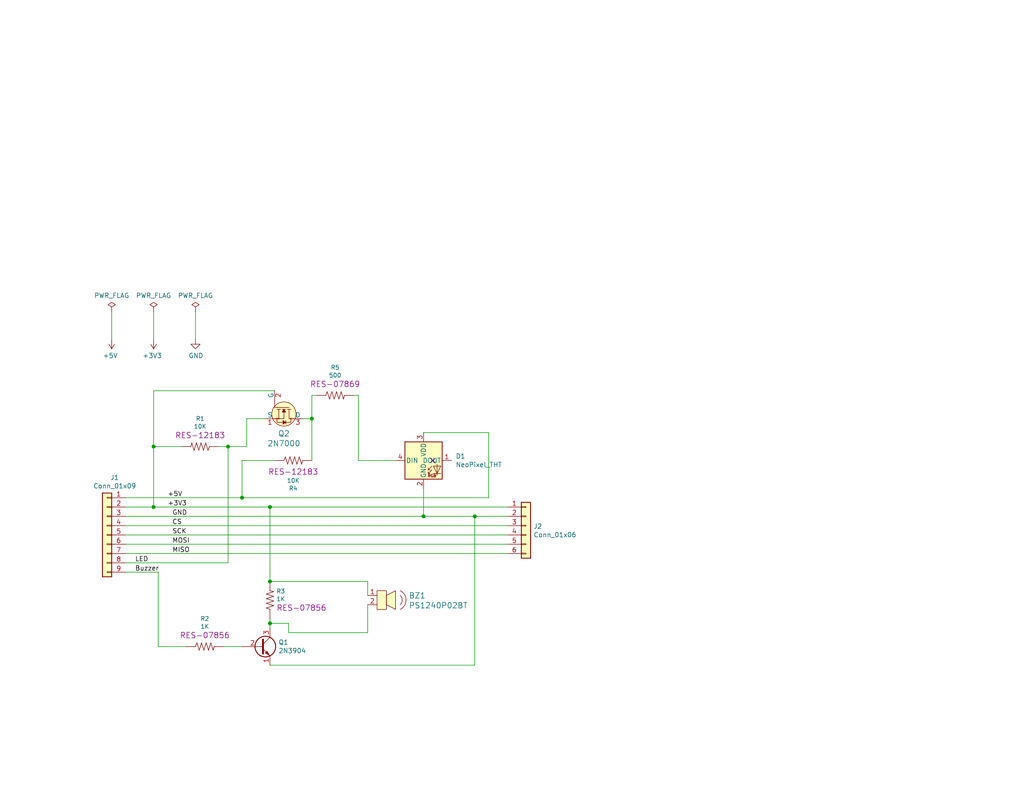
<source format=kicad_sch>
(kicad_sch (version 20211123) (generator eeschema)

  (uuid b5b82788-9b3a-4d8e-9032-73effdc34320)

  (paper "USLetter")

  (title_block
    (title "Heimdall Outside Board")
    (date "2022-08-06")
    (rev "03")
    (comment 1 "https://opensource.org/licenses/MIT")
    (comment 2 "License: MIT")
    (comment 3 "https://github.com/makesaltlake/heimdall")
    (comment 4 "Author: Rebecca Cran <rebecca@bsdio.com>")
  )

  (lib_symbols
    (symbol "Connector_Generic:Conn_01x06" (pin_names (offset 1.016) hide) (in_bom yes) (on_board yes)
      (property "Reference" "J" (id 0) (at 0 7.62 0)
        (effects (font (size 1.27 1.27)))
      )
      (property "Value" "Conn_01x06" (id 1) (at 0 -10.16 0)
        (effects (font (size 1.27 1.27)))
      )
      (property "Footprint" "" (id 2) (at 0 0 0)
        (effects (font (size 1.27 1.27)) hide)
      )
      (property "Datasheet" "~" (id 3) (at 0 0 0)
        (effects (font (size 1.27 1.27)) hide)
      )
      (property "ki_keywords" "connector" (id 4) (at 0 0 0)
        (effects (font (size 1.27 1.27)) hide)
      )
      (property "ki_description" "Generic connector, single row, 01x06, script generated (kicad-library-utils/schlib/autogen/connector/)" (id 5) (at 0 0 0)
        (effects (font (size 1.27 1.27)) hide)
      )
      (property "ki_fp_filters" "Connector*:*_1x??_*" (id 6) (at 0 0 0)
        (effects (font (size 1.27 1.27)) hide)
      )
      (symbol "Conn_01x06_1_1"
        (rectangle (start -1.27 -7.493) (end 0 -7.747)
          (stroke (width 0.1524) (type default) (color 0 0 0 0))
          (fill (type none))
        )
        (rectangle (start -1.27 -4.953) (end 0 -5.207)
          (stroke (width 0.1524) (type default) (color 0 0 0 0))
          (fill (type none))
        )
        (rectangle (start -1.27 -2.413) (end 0 -2.667)
          (stroke (width 0.1524) (type default) (color 0 0 0 0))
          (fill (type none))
        )
        (rectangle (start -1.27 0.127) (end 0 -0.127)
          (stroke (width 0.1524) (type default) (color 0 0 0 0))
          (fill (type none))
        )
        (rectangle (start -1.27 2.667) (end 0 2.413)
          (stroke (width 0.1524) (type default) (color 0 0 0 0))
          (fill (type none))
        )
        (rectangle (start -1.27 5.207) (end 0 4.953)
          (stroke (width 0.1524) (type default) (color 0 0 0 0))
          (fill (type none))
        )
        (rectangle (start -1.27 6.35) (end 1.27 -8.89)
          (stroke (width 0.254) (type default) (color 0 0 0 0))
          (fill (type background))
        )
        (pin passive line (at -5.08 5.08 0) (length 3.81)
          (name "Pin_1" (effects (font (size 1.27 1.27))))
          (number "1" (effects (font (size 1.27 1.27))))
        )
        (pin passive line (at -5.08 2.54 0) (length 3.81)
          (name "Pin_2" (effects (font (size 1.27 1.27))))
          (number "2" (effects (font (size 1.27 1.27))))
        )
        (pin passive line (at -5.08 0 0) (length 3.81)
          (name "Pin_3" (effects (font (size 1.27 1.27))))
          (number "3" (effects (font (size 1.27 1.27))))
        )
        (pin passive line (at -5.08 -2.54 0) (length 3.81)
          (name "Pin_4" (effects (font (size 1.27 1.27))))
          (number "4" (effects (font (size 1.27 1.27))))
        )
        (pin passive line (at -5.08 -5.08 0) (length 3.81)
          (name "Pin_5" (effects (font (size 1.27 1.27))))
          (number "5" (effects (font (size 1.27 1.27))))
        )
        (pin passive line (at -5.08 -7.62 0) (length 3.81)
          (name "Pin_6" (effects (font (size 1.27 1.27))))
          (number "6" (effects (font (size 1.27 1.27))))
        )
      )
    )
    (symbol "Connector_Generic:Conn_01x09" (pin_names (offset 1.016) hide) (in_bom yes) (on_board yes)
      (property "Reference" "J" (id 0) (at 0 12.7 0)
        (effects (font (size 1.27 1.27)))
      )
      (property "Value" "Conn_01x09" (id 1) (at 0 -12.7 0)
        (effects (font (size 1.27 1.27)))
      )
      (property "Footprint" "" (id 2) (at 0 0 0)
        (effects (font (size 1.27 1.27)) hide)
      )
      (property "Datasheet" "~" (id 3) (at 0 0 0)
        (effects (font (size 1.27 1.27)) hide)
      )
      (property "ki_keywords" "connector" (id 4) (at 0 0 0)
        (effects (font (size 1.27 1.27)) hide)
      )
      (property "ki_description" "Generic connector, single row, 01x09, script generated (kicad-library-utils/schlib/autogen/connector/)" (id 5) (at 0 0 0)
        (effects (font (size 1.27 1.27)) hide)
      )
      (property "ki_fp_filters" "Connector*:*_1x??_*" (id 6) (at 0 0 0)
        (effects (font (size 1.27 1.27)) hide)
      )
      (symbol "Conn_01x09_1_1"
        (rectangle (start -1.27 -10.033) (end 0 -10.287)
          (stroke (width 0.1524) (type default) (color 0 0 0 0))
          (fill (type none))
        )
        (rectangle (start -1.27 -7.493) (end 0 -7.747)
          (stroke (width 0.1524) (type default) (color 0 0 0 0))
          (fill (type none))
        )
        (rectangle (start -1.27 -4.953) (end 0 -5.207)
          (stroke (width 0.1524) (type default) (color 0 0 0 0))
          (fill (type none))
        )
        (rectangle (start -1.27 -2.413) (end 0 -2.667)
          (stroke (width 0.1524) (type default) (color 0 0 0 0))
          (fill (type none))
        )
        (rectangle (start -1.27 0.127) (end 0 -0.127)
          (stroke (width 0.1524) (type default) (color 0 0 0 0))
          (fill (type none))
        )
        (rectangle (start -1.27 2.667) (end 0 2.413)
          (stroke (width 0.1524) (type default) (color 0 0 0 0))
          (fill (type none))
        )
        (rectangle (start -1.27 5.207) (end 0 4.953)
          (stroke (width 0.1524) (type default) (color 0 0 0 0))
          (fill (type none))
        )
        (rectangle (start -1.27 7.747) (end 0 7.493)
          (stroke (width 0.1524) (type default) (color 0 0 0 0))
          (fill (type none))
        )
        (rectangle (start -1.27 10.287) (end 0 10.033)
          (stroke (width 0.1524) (type default) (color 0 0 0 0))
          (fill (type none))
        )
        (rectangle (start -1.27 11.43) (end 1.27 -11.43)
          (stroke (width 0.254) (type default) (color 0 0 0 0))
          (fill (type background))
        )
        (pin passive line (at -5.08 10.16 0) (length 3.81)
          (name "Pin_1" (effects (font (size 1.27 1.27))))
          (number "1" (effects (font (size 1.27 1.27))))
        )
        (pin passive line (at -5.08 7.62 0) (length 3.81)
          (name "Pin_2" (effects (font (size 1.27 1.27))))
          (number "2" (effects (font (size 1.27 1.27))))
        )
        (pin passive line (at -5.08 5.08 0) (length 3.81)
          (name "Pin_3" (effects (font (size 1.27 1.27))))
          (number "3" (effects (font (size 1.27 1.27))))
        )
        (pin passive line (at -5.08 2.54 0) (length 3.81)
          (name "Pin_4" (effects (font (size 1.27 1.27))))
          (number "4" (effects (font (size 1.27 1.27))))
        )
        (pin passive line (at -5.08 0 0) (length 3.81)
          (name "Pin_5" (effects (font (size 1.27 1.27))))
          (number "5" (effects (font (size 1.27 1.27))))
        )
        (pin passive line (at -5.08 -2.54 0) (length 3.81)
          (name "Pin_6" (effects (font (size 1.27 1.27))))
          (number "6" (effects (font (size 1.27 1.27))))
        )
        (pin passive line (at -5.08 -5.08 0) (length 3.81)
          (name "Pin_7" (effects (font (size 1.27 1.27))))
          (number "7" (effects (font (size 1.27 1.27))))
        )
        (pin passive line (at -5.08 -7.62 0) (length 3.81)
          (name "Pin_8" (effects (font (size 1.27 1.27))))
          (number "8" (effects (font (size 1.27 1.27))))
        )
        (pin passive line (at -5.08 -10.16 0) (length 3.81)
          (name "Pin_9" (effects (font (size 1.27 1.27))))
          (number "9" (effects (font (size 1.27 1.27))))
        )
      )
    )
    (symbol "LED:NeoPixel_THT" (pin_names (offset 0.254)) (in_bom yes) (on_board yes)
      (property "Reference" "D" (id 0) (at 5.08 5.715 0)
        (effects (font (size 1.27 1.27)) (justify right bottom))
      )
      (property "Value" "NeoPixel_THT" (id 1) (at 1.27 -5.715 0)
        (effects (font (size 1.27 1.27)) (justify left top))
      )
      (property "Footprint" "" (id 2) (at 1.27 -7.62 0)
        (effects (font (size 1.27 1.27)) (justify left top) hide)
      )
      (property "Datasheet" "https://www.adafruit.com/product/1938" (id 3) (at 2.54 -9.525 0)
        (effects (font (size 1.27 1.27)) (justify left top) hide)
      )
      (property "ki_keywords" "RGB LED NeoPixel addressable" (id 4) (at 0 0 0)
        (effects (font (size 1.27 1.27)) hide)
      )
      (property "ki_description" "RGB LED with integrated controller, 5mm/8mm LED package" (id 5) (at 0 0 0)
        (effects (font (size 1.27 1.27)) hide)
      )
      (property "ki_fp_filters" "LED*D5.0mm* LED*D8.0mm*" (id 6) (at 0 0 0)
        (effects (font (size 1.27 1.27)) hide)
      )
      (symbol "NeoPixel_THT_0_0"
        (text "RGB" (at 2.286 -4.191 0)
          (effects (font (size 0.762 0.762)))
        )
      )
      (symbol "NeoPixel_THT_0_1"
        (polyline
          (pts
            (xy 1.27 -3.556)
            (xy 1.778 -3.556)
          )
          (stroke (width 0) (type default) (color 0 0 0 0))
          (fill (type none))
        )
        (polyline
          (pts
            (xy 1.27 -2.54)
            (xy 1.778 -2.54)
          )
          (stroke (width 0) (type default) (color 0 0 0 0))
          (fill (type none))
        )
        (polyline
          (pts
            (xy 4.699 -3.556)
            (xy 2.667 -3.556)
          )
          (stroke (width 0) (type default) (color 0 0 0 0))
          (fill (type none))
        )
        (polyline
          (pts
            (xy 2.286 -2.54)
            (xy 1.27 -3.556)
            (xy 1.27 -3.048)
          )
          (stroke (width 0) (type default) (color 0 0 0 0))
          (fill (type none))
        )
        (polyline
          (pts
            (xy 2.286 -1.524)
            (xy 1.27 -2.54)
            (xy 1.27 -2.032)
          )
          (stroke (width 0) (type default) (color 0 0 0 0))
          (fill (type none))
        )
        (polyline
          (pts
            (xy 3.683 -1.016)
            (xy 3.683 -3.556)
            (xy 3.683 -4.064)
          )
          (stroke (width 0) (type default) (color 0 0 0 0))
          (fill (type none))
        )
        (polyline
          (pts
            (xy 4.699 -1.524)
            (xy 2.667 -1.524)
            (xy 3.683 -3.556)
            (xy 4.699 -1.524)
          )
          (stroke (width 0) (type default) (color 0 0 0 0))
          (fill (type none))
        )
        (rectangle (start 5.08 5.08) (end -5.08 -5.08)
          (stroke (width 0.254) (type default) (color 0 0 0 0))
          (fill (type background))
        )
      )
      (symbol "NeoPixel_THT_1_1"
        (pin output line (at 7.62 0 180) (length 2.54)
          (name "DOUT" (effects (font (size 1.27 1.27))))
          (number "1" (effects (font (size 1.27 1.27))))
        )
        (pin power_in line (at 0 -7.62 90) (length 2.54)
          (name "GND" (effects (font (size 1.27 1.27))))
          (number "2" (effects (font (size 1.27 1.27))))
        )
        (pin power_in line (at 0 7.62 270) (length 2.54)
          (name "VDD" (effects (font (size 1.27 1.27))))
          (number "3" (effects (font (size 1.27 1.27))))
        )
        (pin input line (at -7.62 0 0) (length 2.54)
          (name "DIN" (effects (font (size 1.27 1.27))))
          (number "4" (effects (font (size 1.27 1.27))))
        )
      )
    )
    (symbol "Transistor_BJT:2N3904" (pin_names (offset 0) hide) (in_bom yes) (on_board yes)
      (property "Reference" "Q" (id 0) (at 5.08 1.905 0)
        (effects (font (size 1.27 1.27)) (justify left))
      )
      (property "Value" "2N3904" (id 1) (at 5.08 0 0)
        (effects (font (size 1.27 1.27)) (justify left))
      )
      (property "Footprint" "Package_TO_SOT_THT:TO-92_Inline" (id 2) (at 5.08 -1.905 0)
        (effects (font (size 1.27 1.27) italic) (justify left) hide)
      )
      (property "Datasheet" "https://www.onsemi.com/pub/Collateral/2N3903-D.PDF" (id 3) (at 0 0 0)
        (effects (font (size 1.27 1.27)) (justify left) hide)
      )
      (property "ki_keywords" "NPN Transistor" (id 4) (at 0 0 0)
        (effects (font (size 1.27 1.27)) hide)
      )
      (property "ki_description" "0.2A Ic, 40V Vce, Small Signal NPN Transistor, TO-92" (id 5) (at 0 0 0)
        (effects (font (size 1.27 1.27)) hide)
      )
      (property "ki_fp_filters" "TO?92*" (id 6) (at 0 0 0)
        (effects (font (size 1.27 1.27)) hide)
      )
      (symbol "2N3904_0_1"
        (polyline
          (pts
            (xy 0.635 0.635)
            (xy 2.54 2.54)
          )
          (stroke (width 0) (type default) (color 0 0 0 0))
          (fill (type none))
        )
        (polyline
          (pts
            (xy 0.635 -0.635)
            (xy 2.54 -2.54)
            (xy 2.54 -2.54)
          )
          (stroke (width 0) (type default) (color 0 0 0 0))
          (fill (type none))
        )
        (polyline
          (pts
            (xy 0.635 1.905)
            (xy 0.635 -1.905)
            (xy 0.635 -1.905)
          )
          (stroke (width 0.508) (type default) (color 0 0 0 0))
          (fill (type none))
        )
        (polyline
          (pts
            (xy 1.27 -1.778)
            (xy 1.778 -1.27)
            (xy 2.286 -2.286)
            (xy 1.27 -1.778)
            (xy 1.27 -1.778)
          )
          (stroke (width 0) (type default) (color 0 0 0 0))
          (fill (type outline))
        )
        (circle (center 1.27 0) (radius 2.8194)
          (stroke (width 0.254) (type default) (color 0 0 0 0))
          (fill (type none))
        )
      )
      (symbol "2N3904_1_1"
        (pin passive line (at 2.54 -5.08 90) (length 2.54)
          (name "E" (effects (font (size 1.27 1.27))))
          (number "1" (effects (font (size 1.27 1.27))))
        )
        (pin passive line (at -5.08 0 0) (length 5.715)
          (name "B" (effects (font (size 1.27 1.27))))
          (number "2" (effects (font (size 1.27 1.27))))
        )
        (pin passive line (at 2.54 5.08 270) (length 2.54)
          (name "C" (effects (font (size 1.27 1.27))))
          (number "3" (effects (font (size 1.27 1.27))))
        )
      )
    )
    (symbol "heimdall_outsideboard-rescue:10KOHM-HORIZ-1_4W-1%-SparkFun-Resistors" (pin_numbers hide) (pin_names (offset 1.016) hide) (in_bom yes) (on_board yes)
      (property "Reference" "R" (id 0) (at -5.08 1.27 0)
        (effects (font (size 1.143 1.143)) (justify left bottom))
      )
      (property "Value" "10KOHM-HORIZ-1_4W-1%-SparkFun-Resistors" (id 1) (at -5.08 -3.81 0)
        (effects (font (size 1.143 1.143)) (justify left bottom))
      )
      (property "Footprint" "AXIAL-0.3" (id 2) (at 0 3.81 0)
        (effects (font (size 0.508 0.508)) hide)
      )
      (property "Datasheet" "" (id 3) (at 0 0 0)
        (effects (font (size 1.524 1.524)) hide)
      )
      (property "Field4" "RES-12183" (id 4) (at 0 5.08 0)
        (effects (font (size 1.524 1.524)))
      )
      (property "ki_locked" "" (id 5) (at 0 0 0)
        (effects (font (size 1.27 1.27)))
      )
      (property "ki_fp_filters" "*AXIAL-0.3* *AXIAL-0.3* *AXIAL-0.3* *AXIAL-0.3-KIT* *AXIAL-0.3-KIT* *AXIAL-0.3-KIT* *AXIAL-0.1* *AXIAL-0.1* *AXIAL-0.1* *AXIAL-0.1-KIT* *AXIAL-0.1-KIT* *AXIAL-0.1-KIT*" (id 6) (at 0 0 0)
        (effects (font (size 1.27 1.27)) hide)
      )
      (symbol "10KOHM-HORIZ-1_4W-1%-SparkFun-Resistors_1_0"
        (polyline
          (pts
            (xy -2.54 0)
            (xy -2.159 1.016)
          )
          (stroke (width 0) (type default) (color 0 0 0 0))
          (fill (type none))
        )
        (polyline
          (pts
            (xy -2.159 1.016)
            (xy -1.524 -1.016)
          )
          (stroke (width 0) (type default) (color 0 0 0 0))
          (fill (type none))
        )
        (polyline
          (pts
            (xy -1.524 -1.016)
            (xy -0.889 1.016)
          )
          (stroke (width 0) (type default) (color 0 0 0 0))
          (fill (type none))
        )
        (polyline
          (pts
            (xy -0.889 1.016)
            (xy -0.254 -1.016)
          )
          (stroke (width 0) (type default) (color 0 0 0 0))
          (fill (type none))
        )
        (polyline
          (pts
            (xy -0.254 -1.016)
            (xy 0.381 1.016)
          )
          (stroke (width 0) (type default) (color 0 0 0 0))
          (fill (type none))
        )
        (polyline
          (pts
            (xy 0.381 1.016)
            (xy 1.016 -1.016)
          )
          (stroke (width 0) (type default) (color 0 0 0 0))
          (fill (type none))
        )
        (polyline
          (pts
            (xy 1.016 -1.016)
            (xy 1.651 1.016)
          )
          (stroke (width 0) (type default) (color 0 0 0 0))
          (fill (type none))
        )
        (polyline
          (pts
            (xy 1.651 1.016)
            (xy 2.286 -1.016)
          )
          (stroke (width 0) (type default) (color 0 0 0 0))
          (fill (type none))
        )
        (polyline
          (pts
            (xy 2.286 -1.016)
            (xy 2.54 0)
          )
          (stroke (width 0) (type default) (color 0 0 0 0))
          (fill (type none))
        )
      )
      (symbol "10KOHM-HORIZ-1_4W-1%-SparkFun-Resistors_1_1"
        (pin passive line (at -5.08 0 0) (length 2.54)
          (name "1" (effects (font (size 1.016 1.016))))
          (number "1" (effects (font (size 1.016 1.016))))
        )
        (pin passive line (at 5.08 0 180) (length 2.54)
          (name "2" (effects (font (size 1.016 1.016))))
          (number "2" (effects (font (size 1.016 1.016))))
        )
      )
    )
    (symbol "heimdall_outsideboard-rescue:1KOHM-0603-1_10W-1%-SparkFun-Resistors" (pin_numbers hide) (pin_names (offset 1.016) hide) (in_bom yes) (on_board yes)
      (property "Reference" "R" (id 0) (at -5.08 1.27 0)
        (effects (font (size 1.143 1.143)) (justify left bottom))
      )
      (property "Value" "1KOHM-0603-1_10W-1%-SparkFun-Resistors" (id 1) (at -5.08 -3.81 0)
        (effects (font (size 1.143 1.143)) (justify left bottom))
      )
      (property "Footprint" "0603" (id 2) (at 0 3.81 0)
        (effects (font (size 0.508 0.508)) hide)
      )
      (property "Datasheet" "" (id 3) (at 0 0 0)
        (effects (font (size 1.524 1.524)) hide)
      )
      (property "Field4" "RES-07856" (id 4) (at 0 5.08 0)
        (effects (font (size 1.524 1.524)))
      )
      (property "ki_locked" "" (id 5) (at 0 0 0)
        (effects (font (size 1.27 1.27)))
      )
      (property "ki_fp_filters" "*0603*" (id 6) (at 0 0 0)
        (effects (font (size 1.27 1.27)) hide)
      )
      (symbol "1KOHM-0603-1_10W-1%-SparkFun-Resistors_1_0"
        (polyline
          (pts
            (xy -2.54 0)
            (xy -2.159 1.016)
          )
          (stroke (width 0) (type default) (color 0 0 0 0))
          (fill (type none))
        )
        (polyline
          (pts
            (xy -2.159 1.016)
            (xy -1.524 -1.016)
          )
          (stroke (width 0) (type default) (color 0 0 0 0))
          (fill (type none))
        )
        (polyline
          (pts
            (xy -1.524 -1.016)
            (xy -0.889 1.016)
          )
          (stroke (width 0) (type default) (color 0 0 0 0))
          (fill (type none))
        )
        (polyline
          (pts
            (xy -0.889 1.016)
            (xy -0.254 -1.016)
          )
          (stroke (width 0) (type default) (color 0 0 0 0))
          (fill (type none))
        )
        (polyline
          (pts
            (xy -0.254 -1.016)
            (xy 0.381 1.016)
          )
          (stroke (width 0) (type default) (color 0 0 0 0))
          (fill (type none))
        )
        (polyline
          (pts
            (xy 0.381 1.016)
            (xy 1.016 -1.016)
          )
          (stroke (width 0) (type default) (color 0 0 0 0))
          (fill (type none))
        )
        (polyline
          (pts
            (xy 1.016 -1.016)
            (xy 1.651 1.016)
          )
          (stroke (width 0) (type default) (color 0 0 0 0))
          (fill (type none))
        )
        (polyline
          (pts
            (xy 1.651 1.016)
            (xy 2.286 -1.016)
          )
          (stroke (width 0) (type default) (color 0 0 0 0))
          (fill (type none))
        )
        (polyline
          (pts
            (xy 2.286 -1.016)
            (xy 2.54 0)
          )
          (stroke (width 0) (type default) (color 0 0 0 0))
          (fill (type none))
        )
      )
      (symbol "1KOHM-0603-1_10W-1%-SparkFun-Resistors_1_1"
        (pin passive line (at -5.08 0 0) (length 2.54)
          (name "1" (effects (font (size 1.016 1.016))))
          (number "1" (effects (font (size 1.016 1.016))))
        )
        (pin passive line (at 5.08 0 180) (length 2.54)
          (name "2" (effects (font (size 1.016 1.016))))
          (number "2" (effects (font (size 1.016 1.016))))
        )
      )
    )
    (symbol "heimdall_outsideboard-rescue:2N7000-dk_Transistors-FETs-MOSFETs-Single" (pin_names (offset 0)) (in_bom yes) (on_board yes)
      (property "Reference" "Q" (id 0) (at -2.6924 3.6322 0)
        (effects (font (size 1.524 1.524)) (justify right))
      )
      (property "Value" "2N7000-dk_Transistors-FETs-MOSFETs-Single" (id 1) (at 3.4544 0 90)
        (effects (font (size 1.524 1.524)))
      )
      (property "Footprint" "digikey-footprints:TO-92-3" (id 2) (at 5.08 5.08 0)
        (effects (font (size 1.524 1.524)) (justify left) hide)
      )
      (property "Datasheet" "https://www.onsemi.com/pub/Collateral/NDS7002A-D.PDF" (id 3) (at 5.08 7.62 0)
        (effects (font (size 1.524 1.524)) (justify left) hide)
      )
      (property "Digi-Key_PN" "2N7000FS-ND" (id 4) (at 5.08 10.16 0)
        (effects (font (size 1.524 1.524)) (justify left) hide)
      )
      (property "MPN" "2N7000" (id 5) (at 5.08 12.7 0)
        (effects (font (size 1.524 1.524)) (justify left) hide)
      )
      (property "Category" "Discrete Semiconductor Products" (id 6) (at 5.08 15.24 0)
        (effects (font (size 1.524 1.524)) (justify left) hide)
      )
      (property "Family" "Transistors - FETs, MOSFETs - Single" (id 7) (at 5.08 17.78 0)
        (effects (font (size 1.524 1.524)) (justify left) hide)
      )
      (property "DK_Datasheet_Link" "https://www.onsemi.com/pub/Collateral/NDS7002A-D.PDF" (id 8) (at 5.08 20.32 0)
        (effects (font (size 1.524 1.524)) (justify left) hide)
      )
      (property "DK_Detail_Page" "/product-detail/en/on-semiconductor/2N7000/2N7000FS-ND/244278" (id 9) (at 5.08 22.86 0)
        (effects (font (size 1.524 1.524)) (justify left) hide)
      )
      (property "Description" "MOSFET N-CH 60V 200MA TO-92" (id 10) (at 5.08 25.4 0)
        (effects (font (size 1.524 1.524)) (justify left) hide)
      )
      (property "Manufacturer" "ON Semiconductor" (id 11) (at 5.08 27.94 0)
        (effects (font (size 1.524 1.524)) (justify left) hide)
      )
      (property "Status" "Active" (id 12) (at 5.08 30.48 0)
        (effects (font (size 1.524 1.524)) (justify left) hide)
      )
      (symbol "2N7000-dk_Transistors-FETs-MOSFETs-Single_0_1"
        (circle (center -1.27 0) (radius 3.302)
          (stroke (width 0) (type default) (color 0 0 0 0))
          (fill (type background))
        )
        (circle (center 0 -1.905) (radius 0.127)
          (stroke (width 0) (type default) (color 0 0 0 0))
          (fill (type none))
        )
        (circle (center 0 -1.397) (radius 0.127)
          (stroke (width 0) (type default) (color 0 0 0 0))
          (fill (type none))
        )
        (polyline
          (pts
            (xy 0 -1.397)
            (xy -2.54 -1.397)
          )
          (stroke (width 0) (type default) (color 0 0 0 0))
          (fill (type none))
        )
        (polyline
          (pts
            (xy -5.08 -2.54)
            (xy -3.048 -2.54)
            (xy -3.048 1.397)
          )
          (stroke (width 0) (type default) (color 0 0 0 0))
          (fill (type none))
        )
        (polyline
          (pts
            (xy 0 -2.54)
            (xy 0 0)
            (xy -2.54 0)
          )
          (stroke (width 0) (type default) (color 0 0 0 0))
          (fill (type none))
        )
        (polyline
          (pts
            (xy 0 2.54)
            (xy 0 1.397)
            (xy -2.54 1.397)
          )
          (stroke (width 0) (type default) (color 0 0 0 0))
          (fill (type none))
        )
        (polyline
          (pts
            (xy -0.127 -1.905)
            (xy 1.016 -1.905)
            (xy 1.016 1.397)
            (xy 1.016 1.905)
            (xy -0.127 1.905)
          )
          (stroke (width 0) (type default) (color 0 0 0 0))
          (fill (type none))
        )
        (circle (center 0 1.905) (radius 0.127)
          (stroke (width 0) (type default) (color 0 0 0 0))
          (fill (type none))
        )
      )
      (symbol "2N7000-dk_Transistors-FETs-MOSFETs-Single_1_1"
        (polyline
          (pts
            (xy -2.54 -1.397)
            (xy -2.54 -1.905)
          )
          (stroke (width 0) (type default) (color 0 0 0 0))
          (fill (type none))
        )
        (polyline
          (pts
            (xy -2.54 -1.397)
            (xy -2.54 -0.889)
          )
          (stroke (width 0) (type default) (color 0 0 0 0))
          (fill (type none))
        )
        (polyline
          (pts
            (xy -2.54 0)
            (xy -2.54 -0.508)
          )
          (stroke (width 0) (type default) (color 0 0 0 0))
          (fill (type none))
        )
        (polyline
          (pts
            (xy -2.54 0)
            (xy -2.54 0.508)
          )
          (stroke (width 0) (type default) (color 0 0 0 0))
          (fill (type none))
        )
        (polyline
          (pts
            (xy -2.54 1.905)
            (xy -2.54 0.889)
          )
          (stroke (width 0) (type default) (color 0 0 0 0))
          (fill (type none))
        )
        (polyline
          (pts
            (xy 1.524 0.508)
            (xy 0.508 0.508)
          )
          (stroke (width 0) (type default) (color 0 0 0 0))
          (fill (type none))
        )
        (polyline
          (pts
            (xy -2.54 0)
            (xy -1.778 0.508)
            (xy -1.778 -0.508)
            (xy -2.54 0)
          )
          (stroke (width 0) (type default) (color 0 0 0 0))
          (fill (type outline))
        )
        (polyline
          (pts
            (xy 1.016 0.508)
            (xy 0.508 -0.254)
            (xy 1.524 -0.254)
            (xy 1.016 0.508)
          )
          (stroke (width 0) (type default) (color 0 0 0 0))
          (fill (type outline))
        )
        (pin bidirectional line (at 0 -5.08 90) (length 2.54)
          (name "S" (effects (font (size 1.27 1.27))))
          (number "1" (effects (font (size 1.27 1.27))))
        )
        (pin bidirectional line (at -7.62 -2.54 0) (length 2.54)
          (name "G" (effects (font (size 1.27 1.27))))
          (number "2" (effects (font (size 1.27 1.27))))
        )
        (pin bidirectional line (at 0 5.08 270) (length 2.54)
          (name "D" (effects (font (size 1.27 1.27))))
          (number "3" (effects (font (size 1.27 1.27))))
        )
      )
    )
    (symbol "heimdall_outsideboard-rescue:470OHM-0603-1_10W-1%-SparkFun-Resistors" (pin_numbers hide) (pin_names (offset 1.016) hide) (in_bom yes) (on_board yes)
      (property "Reference" "R" (id 0) (at -5.08 1.27 0)
        (effects (font (size 1.143 1.143)) (justify left bottom))
      )
      (property "Value" "470OHM-0603-1_10W-1%-SparkFun-Resistors" (id 1) (at -5.08 -3.81 0)
        (effects (font (size 1.143 1.143)) (justify left bottom))
      )
      (property "Footprint" "0603" (id 2) (at 0 3.81 0)
        (effects (font (size 0.508 0.508)) hide)
      )
      (property "Datasheet" "" (id 3) (at 0 0 0)
        (effects (font (size 1.524 1.524)) hide)
      )
      (property "Field4" "RES-07869" (id 4) (at 0 5.08 0)
        (effects (font (size 1.524 1.524)))
      )
      (property "ki_locked" "" (id 5) (at 0 0 0)
        (effects (font (size 1.27 1.27)))
      )
      (property "ki_fp_filters" "*0603*" (id 6) (at 0 0 0)
        (effects (font (size 1.27 1.27)) hide)
      )
      (symbol "470OHM-0603-1_10W-1%-SparkFun-Resistors_1_0"
        (polyline
          (pts
            (xy -2.54 0)
            (xy -2.159 1.016)
          )
          (stroke (width 0) (type default) (color 0 0 0 0))
          (fill (type none))
        )
        (polyline
          (pts
            (xy -2.159 1.016)
            (xy -1.524 -1.016)
          )
          (stroke (width 0) (type default) (color 0 0 0 0))
          (fill (type none))
        )
        (polyline
          (pts
            (xy -1.524 -1.016)
            (xy -0.889 1.016)
          )
          (stroke (width 0) (type default) (color 0 0 0 0))
          (fill (type none))
        )
        (polyline
          (pts
            (xy -0.889 1.016)
            (xy -0.254 -1.016)
          )
          (stroke (width 0) (type default) (color 0 0 0 0))
          (fill (type none))
        )
        (polyline
          (pts
            (xy -0.254 -1.016)
            (xy 0.381 1.016)
          )
          (stroke (width 0) (type default) (color 0 0 0 0))
          (fill (type none))
        )
        (polyline
          (pts
            (xy 0.381 1.016)
            (xy 1.016 -1.016)
          )
          (stroke (width 0) (type default) (color 0 0 0 0))
          (fill (type none))
        )
        (polyline
          (pts
            (xy 1.016 -1.016)
            (xy 1.651 1.016)
          )
          (stroke (width 0) (type default) (color 0 0 0 0))
          (fill (type none))
        )
        (polyline
          (pts
            (xy 1.651 1.016)
            (xy 2.286 -1.016)
          )
          (stroke (width 0) (type default) (color 0 0 0 0))
          (fill (type none))
        )
        (polyline
          (pts
            (xy 2.286 -1.016)
            (xy 2.54 0)
          )
          (stroke (width 0) (type default) (color 0 0 0 0))
          (fill (type none))
        )
      )
      (symbol "470OHM-0603-1_10W-1%-SparkFun-Resistors_1_1"
        (pin passive line (at -5.08 0 0) (length 2.54)
          (name "1" (effects (font (size 1.016 1.016))))
          (number "1" (effects (font (size 1.016 1.016))))
        )
        (pin passive line (at 5.08 0 180) (length 2.54)
          (name "2" (effects (font (size 1.016 1.016))))
          (number "2" (effects (font (size 1.016 1.016))))
        )
      )
    )
    (symbol "heimdall_outsideboard-rescue:PS1240P02BT-dk_Alarms-Buzzers-and-Sirens" (pin_names (offset 0)) (in_bom yes) (on_board yes)
      (property "Reference" "BZ" (id 0) (at 0 5.08 0)
        (effects (font (size 1.524 1.524)) (justify left))
      )
      (property "Value" "PS1240P02BT-dk_Alarms-Buzzers-and-Sirens" (id 1) (at -1.27 -3.81 0)
        (effects (font (size 1.524 1.524)) (justify left))
      )
      (property "Footprint" "digikey-footprints:Piezo_Transducer_THT_PS1240P02BT" (id 2) (at 5.08 5.08 0)
        (effects (font (size 1.524 1.524)) (justify left) hide)
      )
      (property "Datasheet" "https://product.tdk.com/info/en/catalog/datasheets/piezoelectronic_buzzer_ps_en.pdf" (id 3) (at 5.08 7.62 0)
        (effects (font (size 1.524 1.524)) (justify left) hide)
      )
      (property "Digi-Key_PN" "445-2525-1-ND" (id 4) (at 5.08 10.16 0)
        (effects (font (size 1.524 1.524)) (justify left) hide)
      )
      (property "MPN" "PS1240P02BT" (id 5) (at 5.08 12.7 0)
        (effects (font (size 1.524 1.524)) (justify left) hide)
      )
      (property "Category" "Audio Products" (id 6) (at 5.08 15.24 0)
        (effects (font (size 1.524 1.524)) (justify left) hide)
      )
      (property "Family" "Alarms, Buzzers, and Sirens" (id 7) (at 5.08 17.78 0)
        (effects (font (size 1.524 1.524)) (justify left) hide)
      )
      (property "DK_Datasheet_Link" "https://product.tdk.com/info/en/catalog/datasheets/piezoelectronic_buzzer_ps_en.pdf" (id 8) (at 5.08 20.32 0)
        (effects (font (size 1.524 1.524)) (justify left) hide)
      )
      (property "DK_Detail_Page" "/product-detail/en/tdk-corporation/PS1240P02BT/445-2525-1-ND/935930" (id 9) (at 5.08 22.86 0)
        (effects (font (size 1.524 1.524)) (justify left) hide)
      )
      (property "Description" "AUDIO PIEZO TRANSDUCER 30V TH" (id 10) (at 5.08 25.4 0)
        (effects (font (size 1.524 1.524)) (justify left) hide)
      )
      (property "Manufacturer" "TDK Corporation" (id 11) (at 5.08 27.94 0)
        (effects (font (size 1.524 1.524)) (justify left) hide)
      )
      (property "Status" "Active" (id 12) (at 5.08 30.48 0)
        (effects (font (size 1.524 1.524)) (justify left) hide)
      )
      (symbol "PS1240P02BT-dk_Alarms-Buzzers-and-Sirens_0_1"
        (polyline
          (pts
            (xy 2.54 2.54)
            (xy 5.08 3.81)
            (xy 5.08 -1.27)
            (xy 2.54 0)
            (xy 2.54 2.54)
          )
          (stroke (width 0) (type default) (color 0 0 0 0))
          (fill (type background))
        )
        (rectangle (start 0 3.81) (end 2.54 -1.27)
          (stroke (width 0) (type default) (color 0 0 0 0))
          (fill (type background))
        )
        (arc (start 6.35 -1.27) (mid 7.9198 1.27) (end 6.35 3.81)
          (stroke (width 0) (type default) (color 0 0 0 0))
          (fill (type none))
        )
        (arc (start 6.35 0) (mid 6.8761 1.27) (end 6.35 2.54)
          (stroke (width 0) (type default) (color 0 0 0 0))
          (fill (type none))
        )
      )
      (symbol "PS1240P02BT-dk_Alarms-Buzzers-and-Sirens_1_1"
        (pin input line (at -2.54 2.54 0) (length 2.54)
          (name "~" (effects (font (size 1.27 1.27))))
          (number "1" (effects (font (size 1.27 1.27))))
        )
        (pin input line (at -2.54 0 0) (length 2.54)
          (name "~" (effects (font (size 1.27 1.27))))
          (number "2" (effects (font (size 1.27 1.27))))
        )
      )
    )
    (symbol "power:+3V3" (power) (pin_names (offset 0)) (in_bom yes) (on_board yes)
      (property "Reference" "#PWR" (id 0) (at 0 -3.81 0)
        (effects (font (size 1.27 1.27)) hide)
      )
      (property "Value" "+3V3" (id 1) (at 0 3.556 0)
        (effects (font (size 1.27 1.27)))
      )
      (property "Footprint" "" (id 2) (at 0 0 0)
        (effects (font (size 1.27 1.27)) hide)
      )
      (property "Datasheet" "" (id 3) (at 0 0 0)
        (effects (font (size 1.27 1.27)) hide)
      )
      (property "ki_keywords" "power-flag" (id 4) (at 0 0 0)
        (effects (font (size 1.27 1.27)) hide)
      )
      (property "ki_description" "Power symbol creates a global label with name \"+3V3\"" (id 5) (at 0 0 0)
        (effects (font (size 1.27 1.27)) hide)
      )
      (symbol "+3V3_0_1"
        (polyline
          (pts
            (xy -0.762 1.27)
            (xy 0 2.54)
          )
          (stroke (width 0) (type default) (color 0 0 0 0))
          (fill (type none))
        )
        (polyline
          (pts
            (xy 0 0)
            (xy 0 2.54)
          )
          (stroke (width 0) (type default) (color 0 0 0 0))
          (fill (type none))
        )
        (polyline
          (pts
            (xy 0 2.54)
            (xy 0.762 1.27)
          )
          (stroke (width 0) (type default) (color 0 0 0 0))
          (fill (type none))
        )
      )
      (symbol "+3V3_1_1"
        (pin power_in line (at 0 0 90) (length 0) hide
          (name "+3V3" (effects (font (size 1.27 1.27))))
          (number "1" (effects (font (size 1.27 1.27))))
        )
      )
    )
    (symbol "power:+5V" (power) (pin_names (offset 0)) (in_bom yes) (on_board yes)
      (property "Reference" "#PWR" (id 0) (at 0 -3.81 0)
        (effects (font (size 1.27 1.27)) hide)
      )
      (property "Value" "+5V" (id 1) (at 0 3.556 0)
        (effects (font (size 1.27 1.27)))
      )
      (property "Footprint" "" (id 2) (at 0 0 0)
        (effects (font (size 1.27 1.27)) hide)
      )
      (property "Datasheet" "" (id 3) (at 0 0 0)
        (effects (font (size 1.27 1.27)) hide)
      )
      (property "ki_keywords" "power-flag" (id 4) (at 0 0 0)
        (effects (font (size 1.27 1.27)) hide)
      )
      (property "ki_description" "Power symbol creates a global label with name \"+5V\"" (id 5) (at 0 0 0)
        (effects (font (size 1.27 1.27)) hide)
      )
      (symbol "+5V_0_1"
        (polyline
          (pts
            (xy -0.762 1.27)
            (xy 0 2.54)
          )
          (stroke (width 0) (type default) (color 0 0 0 0))
          (fill (type none))
        )
        (polyline
          (pts
            (xy 0 0)
            (xy 0 2.54)
          )
          (stroke (width 0) (type default) (color 0 0 0 0))
          (fill (type none))
        )
        (polyline
          (pts
            (xy 0 2.54)
            (xy 0.762 1.27)
          )
          (stroke (width 0) (type default) (color 0 0 0 0))
          (fill (type none))
        )
      )
      (symbol "+5V_1_1"
        (pin power_in line (at 0 0 90) (length 0) hide
          (name "+5V" (effects (font (size 1.27 1.27))))
          (number "1" (effects (font (size 1.27 1.27))))
        )
      )
    )
    (symbol "power:GND" (power) (pin_names (offset 0)) (in_bom yes) (on_board yes)
      (property "Reference" "#PWR" (id 0) (at 0 -6.35 0)
        (effects (font (size 1.27 1.27)) hide)
      )
      (property "Value" "GND" (id 1) (at 0 -3.81 0)
        (effects (font (size 1.27 1.27)))
      )
      (property "Footprint" "" (id 2) (at 0 0 0)
        (effects (font (size 1.27 1.27)) hide)
      )
      (property "Datasheet" "" (id 3) (at 0 0 0)
        (effects (font (size 1.27 1.27)) hide)
      )
      (property "ki_keywords" "power-flag" (id 4) (at 0 0 0)
        (effects (font (size 1.27 1.27)) hide)
      )
      (property "ki_description" "Power symbol creates a global label with name \"GND\" , ground" (id 5) (at 0 0 0)
        (effects (font (size 1.27 1.27)) hide)
      )
      (symbol "GND_0_1"
        (polyline
          (pts
            (xy 0 0)
            (xy 0 -1.27)
            (xy 1.27 -1.27)
            (xy 0 -2.54)
            (xy -1.27 -1.27)
            (xy 0 -1.27)
          )
          (stroke (width 0) (type default) (color 0 0 0 0))
          (fill (type none))
        )
      )
      (symbol "GND_1_1"
        (pin power_in line (at 0 0 270) (length 0) hide
          (name "GND" (effects (font (size 1.27 1.27))))
          (number "1" (effects (font (size 1.27 1.27))))
        )
      )
    )
    (symbol "power:PWR_FLAG" (power) (pin_numbers hide) (pin_names (offset 0) hide) (in_bom yes) (on_board yes)
      (property "Reference" "#FLG" (id 0) (at 0 1.905 0)
        (effects (font (size 1.27 1.27)) hide)
      )
      (property "Value" "PWR_FLAG" (id 1) (at 0 3.81 0)
        (effects (font (size 1.27 1.27)))
      )
      (property "Footprint" "" (id 2) (at 0 0 0)
        (effects (font (size 1.27 1.27)) hide)
      )
      (property "Datasheet" "~" (id 3) (at 0 0 0)
        (effects (font (size 1.27 1.27)) hide)
      )
      (property "ki_keywords" "power-flag" (id 4) (at 0 0 0)
        (effects (font (size 1.27 1.27)) hide)
      )
      (property "ki_description" "Special symbol for telling ERC where power comes from" (id 5) (at 0 0 0)
        (effects (font (size 1.27 1.27)) hide)
      )
      (symbol "PWR_FLAG_0_0"
        (pin power_out line (at 0 0 90) (length 0)
          (name "pwr" (effects (font (size 1.27 1.27))))
          (number "1" (effects (font (size 1.27 1.27))))
        )
      )
      (symbol "PWR_FLAG_0_1"
        (polyline
          (pts
            (xy 0 0)
            (xy 0 1.27)
            (xy -1.016 1.905)
            (xy 0 2.54)
            (xy 1.016 1.905)
            (xy 0 1.27)
          )
          (stroke (width 0) (type default) (color 0 0 0 0))
          (fill (type none))
        )
      )
    )
  )

  (junction (at 66.04 135.89) (diameter 0) (color 0 0 0 0)
    (uuid 030b00d1-8a76-4662-8da6-297b6c43ccb0)
  )
  (junction (at 73.66 138.43) (diameter 0) (color 0 0 0 0)
    (uuid 06be3c30-9acc-46be-aadb-80da3622c271)
  )
  (junction (at 41.91 121.92) (diameter 0) (color 0 0 0 0)
    (uuid 12442af5-c4cd-4ac5-8600-3088546b8409)
  )
  (junction (at 73.66 158.75) (diameter 0) (color 0 0 0 0)
    (uuid 1d5a5eda-5712-4ea1-9a94-294ec501df69)
  )
  (junction (at 129.54 140.97) (diameter 0) (color 0 0 0 0)
    (uuid 38ad6920-e624-44d5-8edd-83f3e6b79fca)
  )
  (junction (at 85.09 114.3) (diameter 0) (color 0 0 0 0)
    (uuid 451a3a16-175d-486e-b863-8116fd36d896)
  )
  (junction (at 73.66 170.18) (diameter 0) (color 0 0 0 0)
    (uuid 4fece4d8-9f3b-4cf8-af0e-5bd01ef9108c)
  )
  (junction (at 41.91 138.43) (diameter 0) (color 0 0 0 0)
    (uuid 577edeca-7044-4222-9e9e-e06a034779dd)
  )
  (junction (at 115.57 140.97) (diameter 0) (color 0 0 0 0)
    (uuid 8660a963-2ed5-40a1-b52e-999b64ea6be1)
  )
  (junction (at 62.23 121.92) (diameter 0) (color 0 0 0 0)
    (uuid ad19e4a8-2e1a-4215-8736-9a82e1b38d49)
  )

  (no_connect (at 118.11 125.73) (uuid 41aee858-f9fc-4ae2-ac8d-2e243d6394d2))

  (wire (pts (xy 62.23 153.67) (xy 62.23 121.92))
    (stroke (width 0) (type default) (color 0 0 0 0))
    (uuid 02135a9c-b57c-4743-b910-3f2f26048ea2)
  )
  (wire (pts (xy 34.29 140.97) (xy 115.57 140.97))
    (stroke (width 0) (type default) (color 0 0 0 0))
    (uuid 034255d5-0bbc-46c6-908b-7647fd9a9607)
  )
  (wire (pts (xy 72.39 114.3) (xy 67.31 114.3))
    (stroke (width 0) (type default) (color 0 0 0 0))
    (uuid 0a9cf84f-468e-4b70-a5e5-09dd10f0dedd)
  )
  (wire (pts (xy 60.96 176.53) (xy 66.04 176.53))
    (stroke (width 0) (type default) (color 0 0 0 0))
    (uuid 14931523-dd59-4ac9-947a-0879c0772df2)
  )
  (wire (pts (xy 41.91 106.68) (xy 74.93 106.68))
    (stroke (width 0) (type default) (color 0 0 0 0))
    (uuid 1bc4fef0-94ae-4d96-a6ad-6f76af2723b9)
  )
  (wire (pts (xy 34.29 146.05) (xy 138.43 146.05))
    (stroke (width 0) (type default) (color 0 0 0 0))
    (uuid 1e13fd18-45f3-4e1e-b3af-30986038a2c9)
  )
  (wire (pts (xy 115.57 118.11) (xy 133.35 118.11))
    (stroke (width 0) (type default) (color 0 0 0 0))
    (uuid 260996ea-9583-4c21-acc2-1cfe7ecc387a)
  )
  (wire (pts (xy 129.54 181.61) (xy 129.54 140.97))
    (stroke (width 0) (type default) (color 0 0 0 0))
    (uuid 2789b936-8b06-476a-ab7b-75a2915b30ec)
  )
  (wire (pts (xy 133.35 135.89) (xy 133.35 118.11))
    (stroke (width 0) (type default) (color 0 0 0 0))
    (uuid 28c04096-860f-41b4-a852-b49fc706612d)
  )
  (wire (pts (xy 34.29 156.21) (xy 43.18 156.21))
    (stroke (width 0) (type default) (color 0 0 0 0))
    (uuid 34e6d70b-82b4-4af4-9a82-68524d8a36f7)
  )
  (wire (pts (xy 43.18 156.21) (xy 43.18 176.53))
    (stroke (width 0) (type default) (color 0 0 0 0))
    (uuid 3709bb3b-543f-4815-a1fc-66f3ddfadf8d)
  )
  (wire (pts (xy 43.18 176.53) (xy 50.8 176.53))
    (stroke (width 0) (type default) (color 0 0 0 0))
    (uuid 3c81f52e-26ad-48de-a36e-5e8af988d46a)
  )
  (wire (pts (xy 41.91 85.09) (xy 41.91 92.71))
    (stroke (width 0) (type default) (color 0 0 0 0))
    (uuid 42e3fdd8-0f9c-4202-abcb-3fcfb2613ef7)
  )
  (wire (pts (xy 66.04 135.89) (xy 66.04 125.73))
    (stroke (width 0) (type default) (color 0 0 0 0))
    (uuid 465f8720-d01c-45af-b614-3d31c7d55c83)
  )
  (wire (pts (xy 34.29 135.89) (xy 66.04 135.89))
    (stroke (width 0) (type default) (color 0 0 0 0))
    (uuid 58a5203c-6894-4416-94ed-168c32ac9b4e)
  )
  (wire (pts (xy 73.66 181.61) (xy 129.54 181.61))
    (stroke (width 0) (type default) (color 0 0 0 0))
    (uuid 5e80bc4a-459a-42af-88ba-93994f86132d)
  )
  (wire (pts (xy 66.04 135.89) (xy 133.35 135.89))
    (stroke (width 0) (type default) (color 0 0 0 0))
    (uuid 6657b99e-d8c8-420a-92b0-8c5aa2e25f10)
  )
  (wire (pts (xy 78.74 170.18) (xy 73.66 170.18))
    (stroke (width 0) (type default) (color 0 0 0 0))
    (uuid 6672bd6e-15b7-4a9b-98c0-12465cd9cece)
  )
  (wire (pts (xy 100.33 162.56) (xy 100.33 158.75))
    (stroke (width 0) (type default) (color 0 0 0 0))
    (uuid 69b9752e-4f06-408e-bac0-128463b270af)
  )
  (wire (pts (xy 97.79 125.73) (xy 107.95 125.73))
    (stroke (width 0) (type default) (color 0 0 0 0))
    (uuid 6e686773-eaff-40f9-84eb-fe14dfb618d7)
  )
  (wire (pts (xy 115.57 140.97) (xy 129.54 140.97))
    (stroke (width 0) (type default) (color 0 0 0 0))
    (uuid 77072098-4041-4497-acc0-802fa823067e)
  )
  (wire (pts (xy 82.55 114.3) (xy 85.09 114.3))
    (stroke (width 0) (type default) (color 0 0 0 0))
    (uuid 7abb1150-fe7e-4e95-bcd6-f403df225029)
  )
  (wire (pts (xy 97.79 125.73) (xy 97.79 107.95))
    (stroke (width 0) (type default) (color 0 0 0 0))
    (uuid 7b7da024-6902-46d9-bc74-ffcd3c048122)
  )
  (wire (pts (xy 100.33 165.1) (xy 100.33 172.72))
    (stroke (width 0) (type default) (color 0 0 0 0))
    (uuid 7f3feb44-c20b-4391-86ef-3c5a6af5a8d0)
  )
  (wire (pts (xy 41.91 138.43) (xy 73.66 138.43))
    (stroke (width 0) (type default) (color 0 0 0 0))
    (uuid 82687c1b-677e-43b8-b93a-4c65e8ab2c6e)
  )
  (wire (pts (xy 34.29 143.51) (xy 138.43 143.51))
    (stroke (width 0) (type default) (color 0 0 0 0))
    (uuid 8384ec7a-65ef-49fd-8b0b-4c07d97a81b2)
  )
  (wire (pts (xy 129.54 140.97) (xy 138.43 140.97))
    (stroke (width 0) (type default) (color 0 0 0 0))
    (uuid 8b63188b-9316-411a-8281-c7bc7b91c0a6)
  )
  (wire (pts (xy 49.53 121.92) (xy 41.91 121.92))
    (stroke (width 0) (type default) (color 0 0 0 0))
    (uuid 8d71c2ac-00d2-4d2a-9304-691b7d5a5b20)
  )
  (wire (pts (xy 97.79 107.95) (xy 96.52 107.95))
    (stroke (width 0) (type default) (color 0 0 0 0))
    (uuid 92c904eb-4dbe-40fc-8d05-b712abfaf623)
  )
  (wire (pts (xy 78.74 172.72) (xy 100.33 172.72))
    (stroke (width 0) (type default) (color 0 0 0 0))
    (uuid 94ac2a08-0cda-4ba9-8eef-3b6b34a5faca)
  )
  (wire (pts (xy 34.29 148.59) (xy 138.43 148.59))
    (stroke (width 0) (type default) (color 0 0 0 0))
    (uuid 97281b93-6f0a-4f7e-970a-a5e337a27409)
  )
  (wire (pts (xy 78.74 172.72) (xy 78.74 170.18))
    (stroke (width 0) (type default) (color 0 0 0 0))
    (uuid 980abbd4-a4aa-4556-aed0-2303a9068746)
  )
  (wire (pts (xy 62.23 121.92) (xy 67.31 121.92))
    (stroke (width 0) (type default) (color 0 0 0 0))
    (uuid 9852ccda-c8c5-4a2d-910e-0b27f531055f)
  )
  (wire (pts (xy 115.57 133.35) (xy 115.57 140.97))
    (stroke (width 0) (type default) (color 0 0 0 0))
    (uuid 9ad61787-f317-4087-8f2f-745aaf5869eb)
  )
  (wire (pts (xy 85.09 107.95) (xy 86.36 107.95))
    (stroke (width 0) (type default) (color 0 0 0 0))
    (uuid 9cb714da-cc58-4db7-9526-dc1d794afdea)
  )
  (wire (pts (xy 41.91 121.92) (xy 41.91 138.43))
    (stroke (width 0) (type default) (color 0 0 0 0))
    (uuid a33469aa-938f-49f2-ba82-66b27a9ff0ef)
  )
  (wire (pts (xy 41.91 106.68) (xy 41.91 121.92))
    (stroke (width 0) (type default) (color 0 0 0 0))
    (uuid b0d93d8a-4c0c-4d76-a046-52e2dbbe3cc8)
  )
  (wire (pts (xy 73.66 158.75) (xy 73.66 138.43))
    (stroke (width 0) (type default) (color 0 0 0 0))
    (uuid b1ff745f-45e1-45bc-94ec-05503aff8ca4)
  )
  (wire (pts (xy 85.09 114.3) (xy 85.09 125.73))
    (stroke (width 0) (type default) (color 0 0 0 0))
    (uuid b474b7b6-cf77-45fd-95e7-43e81c710b37)
  )
  (wire (pts (xy 85.09 114.3) (xy 85.09 107.95))
    (stroke (width 0) (type default) (color 0 0 0 0))
    (uuid c1824ee3-8eda-489e-8450-fa3c8d14001f)
  )
  (wire (pts (xy 73.66 138.43) (xy 138.43 138.43))
    (stroke (width 0) (type default) (color 0 0 0 0))
    (uuid c4db0967-e190-454e-b62a-edd956aec074)
  )
  (wire (pts (xy 34.29 151.13) (xy 138.43 151.13))
    (stroke (width 0) (type default) (color 0 0 0 0))
    (uuid c4e6f3fc-f89c-4097-a2d3-b3c5a68e743f)
  )
  (wire (pts (xy 34.29 138.43) (xy 41.91 138.43))
    (stroke (width 0) (type default) (color 0 0 0 0))
    (uuid c9ce9b16-4dde-45fb-be80-c283d3782142)
  )
  (wire (pts (xy 59.69 121.92) (xy 62.23 121.92))
    (stroke (width 0) (type default) (color 0 0 0 0))
    (uuid cfc7d48a-1d50-4ed2-bca5-af9d404f8325)
  )
  (wire (pts (xy 30.48 85.09) (xy 30.48 92.71))
    (stroke (width 0) (type default) (color 0 0 0 0))
    (uuid d4b39478-9181-41d0-a570-a8cf35b871c0)
  )
  (wire (pts (xy 73.66 158.75) (xy 100.33 158.75))
    (stroke (width 0) (type default) (color 0 0 0 0))
    (uuid e3639dcb-8bfe-44ca-bc04-dec823e605d2)
  )
  (wire (pts (xy 53.34 85.09) (xy 53.34 92.71))
    (stroke (width 0) (type default) (color 0 0 0 0))
    (uuid ecd29017-aab3-4593-9c49-d0e0949d7826)
  )
  (wire (pts (xy 66.04 125.73) (xy 74.93 125.73))
    (stroke (width 0) (type default) (color 0 0 0 0))
    (uuid ed5690e9-289c-4422-8269-6b6f939f589b)
  )
  (wire (pts (xy 67.31 114.3) (xy 67.31 121.92))
    (stroke (width 0) (type default) (color 0 0 0 0))
    (uuid f36f8936-83f1-4b85-bb90-96a1b0e21ee3)
  )
  (wire (pts (xy 73.66 168.91) (xy 73.66 170.18))
    (stroke (width 0) (type default) (color 0 0 0 0))
    (uuid fe09bf9e-4668-4256-9325-9314a248725f)
  )
  (wire (pts (xy 34.29 153.67) (xy 62.23 153.67))
    (stroke (width 0) (type default) (color 0 0 0 0))
    (uuid ff2528d9-e3de-4453-a28b-29e5cf33b1b9)
  )
  (wire (pts (xy 73.66 170.18) (xy 73.66 171.45))
    (stroke (width 0) (type default) (color 0 0 0 0))
    (uuid fff56414-32ec-4b54-a20d-4bd268355d7f)
  )

  (label "MISO" (at 46.99 151.13 0)
    (effects (font (size 1.27 1.27)) (justify left bottom))
    (uuid 0b62e4ba-a243-4612-aa6f-0c8f1b79efbc)
  )
  (label "GND" (at 46.99 140.97 0)
    (effects (font (size 1.27 1.27)) (justify left bottom))
    (uuid 21a152f2-ee1a-40c3-ab29-7b9ec2703e9a)
  )
  (label "+5V" (at 45.72 135.89 0)
    (effects (font (size 1.27 1.27)) (justify left bottom))
    (uuid 530aab43-3a3e-4966-97bb-849c29bf2e48)
  )
  (label "+3V3" (at 45.72 138.43 0)
    (effects (font (size 1.27 1.27)) (justify left bottom))
    (uuid 68eb7067-2c90-45c0-93de-db7a91510e73)
  )
  (label "Buzzer" (at 36.83 156.21 0)
    (effects (font (size 1.27 1.27)) (justify left bottom))
    (uuid 7968202d-4360-4767-a265-dc052847ca93)
  )
  (label "CS" (at 46.99 143.51 0)
    (effects (font (size 1.27 1.27)) (justify left bottom))
    (uuid a2aad5b9-3777-4468-bf59-8584cc496a6d)
  )
  (label "SCK" (at 46.99 146.05 0)
    (effects (font (size 1.27 1.27)) (justify left bottom))
    (uuid a6554ced-81aa-4f61-bf40-73589685010e)
  )
  (label "LED" (at 36.83 153.67 0)
    (effects (font (size 1.27 1.27)) (justify left bottom))
    (uuid dea3f506-d7d2-4802-83fa-d8b8fd00e982)
  )
  (label "MOSI" (at 46.99 148.59 0)
    (effects (font (size 1.27 1.27)) (justify left bottom))
    (uuid e21edb97-004c-43ca-bb07-76a06d928176)
  )

  (symbol (lib_id "Connector_Generic:Conn_01x09") (at 29.21 146.05 0) (mirror y) (unit 1)
    (in_bom yes) (on_board yes)
    (uuid 00000000-0000-0000-0000-00005f14f04e)
    (property "Reference" "J1" (id 0) (at 31.2928 130.3782 0))
    (property "Value" "Conn_01x09" (id 1) (at 31.2928 132.6896 0))
    (property "Footprint" "Connector_PinHeader_2.54mm:PinHeader_1x09_P2.54mm_Vertical" (id 2) (at 29.21 146.05 0)
      (effects (font (size 1.27 1.27)) hide)
    )
    (property "Datasheet" "~" (id 3) (at 29.21 146.05 0)
      (effects (font (size 1.27 1.27)) hide)
    )
    (pin "1" (uuid e90eed25-509c-46b5-af5b-7dcfc143735c))
    (pin "2" (uuid 1371592f-0839-43dd-b2d7-981a600c45ec))
    (pin "3" (uuid a001514b-aa3b-4679-b5c8-ca7ce94663d9))
    (pin "4" (uuid fcbc635d-ced8-452f-bde9-5748e795d49d))
    (pin "5" (uuid ce36c4b3-4c77-43cd-b33a-e6367b4a8a54))
    (pin "6" (uuid 645c0465-9e8c-4a61-85f5-d6942005c4ba))
    (pin "7" (uuid 1e08e032-e508-4a0a-ac41-96319d8c80f6))
    (pin "8" (uuid e1a59711-a2e4-4fa0-bb4d-299ef8e37ddf))
    (pin "9" (uuid 000cd964-1fae-45e1-a8f2-94a7b0a09a09))
  )

  (symbol (lib_id "Connector_Generic:Conn_01x06") (at 143.51 143.51 0) (unit 1)
    (in_bom yes) (on_board yes)
    (uuid 00000000-0000-0000-0000-00005f170a36)
    (property "Reference" "J2" (id 0) (at 145.542 143.7132 0)
      (effects (font (size 1.27 1.27)) (justify left))
    )
    (property "Value" "Conn_01x06" (id 1) (at 145.542 146.0246 0)
      (effects (font (size 1.27 1.27)) (justify left))
    )
    (property "Footprint" "Connector_PinHeader_2.54mm:PinHeader_1x06_P2.54mm_Vertical" (id 2) (at 143.51 143.51 0)
      (effects (font (size 1.27 1.27)) hide)
    )
    (property "Datasheet" "~" (id 3) (at 143.51 143.51 0)
      (effects (font (size 1.27 1.27)) hide)
    )
    (pin "1" (uuid 84dbc150-f318-41ea-832e-7d5463fba95b))
    (pin "2" (uuid fbc04341-9eb9-446f-afdb-43af387044f1))
    (pin "3" (uuid c0cd5670-eced-427c-a881-24010ea1d1c6))
    (pin "4" (uuid 27fdb201-8baf-45ef-8d84-b33513e6406b))
    (pin "5" (uuid c111113a-ae54-417e-acd5-5c298477112b))
    (pin "6" (uuid 03cf11be-31dc-4b0d-b28b-35b433ddcdee))
  )

  (symbol (lib_id "LED:NeoPixel_THT") (at 115.57 125.73 0) (unit 1)
    (in_bom yes) (on_board yes)
    (uuid 00000000-0000-0000-0000-00005f17e8a3)
    (property "Reference" "D1" (id 0) (at 124.3076 124.5616 0)
      (effects (font (size 1.27 1.27)) (justify left))
    )
    (property "Value" "NeoPixel_THT" (id 1) (at 124.3076 126.873 0)
      (effects (font (size 1.27 1.27)) (justify left))
    )
    (property "Footprint" "LED_THT:LED_D5.0mm-4_RGB" (id 2) (at 116.84 133.35 0)
      (effects (font (size 1.27 1.27)) (justify left top) hide)
    )
    (property "Datasheet" "https://www.adafruit.com/product/1938" (id 3) (at 118.11 135.255 0)
      (effects (font (size 1.27 1.27)) (justify left top) hide)
    )
    (pin "1" (uuid 38c9181c-db5b-4149-b4ee-ffbd752d9125))
    (pin "2" (uuid 42f95059-273b-420f-b836-995f68da13c3))
    (pin "3" (uuid 3be9a14a-b7b0-42c9-a4a1-b18ebf8957fe))
    (pin "4" (uuid afc63ed7-ac50-42ca-8ebd-72a2fe67af0a))
  )

  (symbol (lib_id "heimdall_outsideboard-rescue:PS1240P02BT-dk_Alarms-Buzzers-and-Sirens") (at 102.87 165.1 0) (unit 1)
    (in_bom yes) (on_board yes)
    (uuid 00000000-0000-0000-0000-00005f1935b3)
    (property "Reference" "BZ1" (id 0) (at 111.506 162.6108 0)
      (effects (font (size 1.524 1.524)) (justify left))
    )
    (property "Value" "PS1240P02BT" (id 1) (at 111.506 165.3032 0)
      (effects (font (size 1.524 1.524)) (justify left))
    )
    (property "Footprint" "digikey-footprints:Piezo_Transducer_THT_PS1240P02BT" (id 2) (at 107.95 160.02 0)
      (effects (font (size 1.524 1.524)) (justify left) hide)
    )
    (property "Datasheet" "https://product.tdk.com/info/en/catalog/datasheets/piezoelectronic_buzzer_ps_en.pdf" (id 3) (at 107.95 157.48 0)
      (effects (font (size 1.524 1.524)) (justify left) hide)
    )
    (property "Digi-Key_PN" "445-2525-1-ND" (id 4) (at 107.95 154.94 0)
      (effects (font (size 1.524 1.524)) (justify left) hide)
    )
    (property "MPN" "PS1240P02BT" (id 5) (at 107.95 152.4 0)
      (effects (font (size 1.524 1.524)) (justify left) hide)
    )
    (property "Category" "Audio Products" (id 6) (at 107.95 149.86 0)
      (effects (font (size 1.524 1.524)) (justify left) hide)
    )
    (property "Family" "Alarms, Buzzers, and Sirens" (id 7) (at 107.95 147.32 0)
      (effects (font (size 1.524 1.524)) (justify left) hide)
    )
    (property "DK_Datasheet_Link" "https://product.tdk.com/info/en/catalog/datasheets/piezoelectronic_buzzer_ps_en.pdf" (id 8) (at 107.95 144.78 0)
      (effects (font (size 1.524 1.524)) (justify left) hide)
    )
    (property "DK_Detail_Page" "/product-detail/en/tdk-corporation/PS1240P02BT/445-2525-1-ND/935930" (id 9) (at 107.95 142.24 0)
      (effects (font (size 1.524 1.524)) (justify left) hide)
    )
    (property "Description" "AUDIO PIEZO TRANSDUCER 30V TH" (id 10) (at 107.95 139.7 0)
      (effects (font (size 1.524 1.524)) (justify left) hide)
    )
    (property "Manufacturer" "TDK Corporation" (id 11) (at 107.95 137.16 0)
      (effects (font (size 1.524 1.524)) (justify left) hide)
    )
    (property "Status" "Active" (id 12) (at 107.95 134.62 0)
      (effects (font (size 1.524 1.524)) (justify left) hide)
    )
    (pin "1" (uuid d527f869-9e7d-4977-b311-83f9e5c1e2b4))
    (pin "2" (uuid 721d6b54-2b2d-42e1-9327-b590086e2ef3))
  )

  (symbol (lib_id "heimdall_outsideboard-rescue:1KOHM-0603-1_10W-1%-SparkFun-Resistors") (at 73.66 163.83 90) (unit 1)
    (in_bom yes) (on_board yes)
    (uuid 00000000-0000-0000-0000-00005f1960ff)
    (property "Reference" "R3" (id 0) (at 75.3872 161.417 90)
      (effects (font (size 1.143 1.143)) (justify right))
    )
    (property "Value" "1K" (id 1) (at 75.3872 163.5506 90)
      (effects (font (size 1.143 1.143)) (justify right))
    )
    (property "Footprint" "Resistor_THT:R_Axial_DIN0207_L6.3mm_D2.5mm_P10.16mm_Horizontal" (id 2) (at 69.85 163.83 0)
      (effects (font (size 0.508 0.508)) hide)
    )
    (property "Datasheet" "" (id 3) (at 73.66 163.83 0)
      (effects (font (size 1.524 1.524)) hide)
    )
    (property "Field4" "RES-07856" (id 4) (at 75.3872 165.9636 90)
      (effects (font (size 1.524 1.524)) (justify right))
    )
    (pin "1" (uuid a096c0e9-97e5-4438-99d2-15f64aa4d64c))
    (pin "2" (uuid 1774ddd9-67a4-4976-b95f-a4bf84be9e20))
  )

  (symbol (lib_id "heimdall_outsideboard-rescue:10KOHM-HORIZ-1_4W-1%-SparkFun-Resistors") (at 54.61 121.92 180) (unit 1)
    (in_bom yes) (on_board yes)
    (uuid 00000000-0000-0000-0000-00005f1ad489)
    (property "Reference" "R1" (id 0) (at 54.61 114.3 0)
      (effects (font (size 1.143 1.143)))
    )
    (property "Value" "10K" (id 1) (at 54.61 116.4336 0)
      (effects (font (size 1.143 1.143)))
    )
    (property "Footprint" "Resistor_THT:R_Axial_DIN0207_L6.3mm_D2.5mm_P10.16mm_Horizontal" (id 2) (at 54.61 125.73 0)
      (effects (font (size 0.508 0.508)) hide)
    )
    (property "Datasheet" "" (id 3) (at 54.61 121.92 0)
      (effects (font (size 1.524 1.524)) hide)
    )
    (property "Field4" "RES-12183" (id 4) (at 54.61 118.8466 0)
      (effects (font (size 1.524 1.524)))
    )
    (pin "1" (uuid 3fe4ff4e-d75e-4329-8eaf-b7922fb60003))
    (pin "2" (uuid d654ea79-dfac-4293-8732-7749be51f2d7))
  )

  (symbol (lib_id "heimdall_outsideboard-rescue:10KOHM-HORIZ-1_4W-1%-SparkFun-Resistors") (at 80.01 125.73 0) (unit 1)
    (in_bom yes) (on_board yes)
    (uuid 00000000-0000-0000-0000-00005f1ae5ee)
    (property "Reference" "R4" (id 0) (at 80.01 133.35 0)
      (effects (font (size 1.143 1.143)))
    )
    (property "Value" "10K" (id 1) (at 80.01 131.2164 0)
      (effects (font (size 1.143 1.143)))
    )
    (property "Footprint" "Resistor_THT:R_Axial_DIN0207_L6.3mm_D2.5mm_P10.16mm_Horizontal" (id 2) (at 80.01 121.92 0)
      (effects (font (size 0.508 0.508)) hide)
    )
    (property "Datasheet" "" (id 3) (at 80.01 125.73 0)
      (effects (font (size 1.524 1.524)) hide)
    )
    (property "Field4" "RES-12183" (id 4) (at 80.01 128.8034 0)
      (effects (font (size 1.524 1.524)))
    )
    (pin "1" (uuid 0a90d028-e03e-45b9-8cf9-59a932a2a3b6))
    (pin "2" (uuid 1811e5f7-579b-4d75-99ac-d051a3186f02))
  )

  (symbol (lib_id "heimdall_outsideboard-rescue:2N7000-dk_Transistors-FETs-MOSFETs-Single") (at 77.47 114.3 270) (unit 1)
    (in_bom yes) (on_board yes)
    (uuid 00000000-0000-0000-0000-00005f1b8ac7)
    (property "Reference" "Q2" (id 0) (at 77.47 118.3894 90)
      (effects (font (size 1.524 1.524)))
    )
    (property "Value" "2N7000" (id 1) (at 77.47 121.0818 90)
      (effects (font (size 1.524 1.524)))
    )
    (property "Footprint" "Package_TO_SOT_THT:TO-92_Inline" (id 2) (at 82.55 119.38 0)
      (effects (font (size 1.524 1.524)) (justify left) hide)
    )
    (property "Datasheet" "https://www.onsemi.com/pub/Collateral/NDS7002A-D.PDF" (id 3) (at 85.09 119.38 0)
      (effects (font (size 1.524 1.524)) (justify left) hide)
    )
    (property "Digi-Key_PN" "2N7000FS-ND" (id 4) (at 87.63 119.38 0)
      (effects (font (size 1.524 1.524)) (justify left) hide)
    )
    (property "MPN" "2N7000" (id 5) (at 90.17 119.38 0)
      (effects (font (size 1.524 1.524)) (justify left) hide)
    )
    (property "Category" "Discrete Semiconductor Products" (id 6) (at 92.71 119.38 0)
      (effects (font (size 1.524 1.524)) (justify left) hide)
    )
    (property "Family" "Transistors - FETs, MOSFETs - Single" (id 7) (at 95.25 119.38 0)
      (effects (font (size 1.524 1.524)) (justify left) hide)
    )
    (property "DK_Datasheet_Link" "https://www.onsemi.com/pub/Collateral/NDS7002A-D.PDF" (id 8) (at 97.79 119.38 0)
      (effects (font (size 1.524 1.524)) (justify left) hide)
    )
    (property "DK_Detail_Page" "/product-detail/en/on-semiconductor/2N7000/2N7000FS-ND/244278" (id 9) (at 100.33 119.38 0)
      (effects (font (size 1.524 1.524)) (justify left) hide)
    )
    (property "Description" "MOSFET N-CH 60V 200MA TO-92" (id 10) (at 102.87 119.38 0)
      (effects (font (size 1.524 1.524)) (justify left) hide)
    )
    (property "Manufacturer" "ON Semiconductor" (id 11) (at 105.41 119.38 0)
      (effects (font (size 1.524 1.524)) (justify left) hide)
    )
    (property "Status" "Active" (id 12) (at 107.95 119.38 0)
      (effects (font (size 1.524 1.524)) (justify left) hide)
    )
    (pin "1" (uuid c3b13670-d964-4eb2-986c-676c0c3affd9))
    (pin "2" (uuid fceaed04-07f7-46fe-a049-dc41cb6a636a))
    (pin "3" (uuid 8441859f-8db3-445c-9f68-5a4ba98bc029))
  )

  (symbol (lib_id "heimdall_outsideboard-rescue:470OHM-0603-1_10W-1%-SparkFun-Resistors") (at 91.44 107.95 0) (unit 1)
    (in_bom yes) (on_board yes)
    (uuid 00000000-0000-0000-0000-00005f209e6b)
    (property "Reference" "R5" (id 0) (at 91.44 100.33 0)
      (effects (font (size 1.143 1.143)))
    )
    (property "Value" "500" (id 1) (at 91.44 102.4636 0)
      (effects (font (size 1.143 1.143)))
    )
    (property "Footprint" "Resistor_THT:R_Axial_DIN0207_L6.3mm_D2.5mm_P10.16mm_Horizontal" (id 2) (at 91.44 104.14 0)
      (effects (font (size 0.508 0.508)) hide)
    )
    (property "Datasheet" "" (id 3) (at 91.44 107.95 0)
      (effects (font (size 1.524 1.524)) hide)
    )
    (property "Field4" "RES-07869" (id 4) (at 91.44 104.8766 0)
      (effects (font (size 1.524 1.524)))
    )
    (pin "1" (uuid 047f4f40-461d-4a88-86ee-fc3b79ff3583))
    (pin "2" (uuid e3f2563e-9a4d-4ee0-903b-e8acbb95ecc9))
  )

  (symbol (lib_id "power:PWR_FLAG") (at 30.48 85.09 0) (unit 1)
    (in_bom yes) (on_board yes)
    (uuid 00000000-0000-0000-0000-00005f231a90)
    (property "Reference" "#FLG01" (id 0) (at 30.48 83.185 0)
      (effects (font (size 1.27 1.27)) hide)
    )
    (property "Value" "PWR_FLAG" (id 1) (at 30.48 80.6958 0))
    (property "Footprint" "" (id 2) (at 30.48 85.09 0)
      (effects (font (size 1.27 1.27)) hide)
    )
    (property "Datasheet" "~" (id 3) (at 30.48 85.09 0)
      (effects (font (size 1.27 1.27)) hide)
    )
    (pin "1" (uuid 66eb41d2-d21a-44ba-a523-b9dc6b43864f))
  )

  (symbol (lib_id "power:PWR_FLAG") (at 41.91 85.09 0) (unit 1)
    (in_bom yes) (on_board yes)
    (uuid 00000000-0000-0000-0000-00005f2324eb)
    (property "Reference" "#FLG03" (id 0) (at 41.91 83.185 0)
      (effects (font (size 1.27 1.27)) hide)
    )
    (property "Value" "PWR_FLAG" (id 1) (at 41.91 80.6958 0))
    (property "Footprint" "" (id 2) (at 41.91 85.09 0)
      (effects (font (size 1.27 1.27)) hide)
    )
    (property "Datasheet" "~" (id 3) (at 41.91 85.09 0)
      (effects (font (size 1.27 1.27)) hide)
    )
    (pin "1" (uuid 5bb8dce5-bbd3-440d-bd38-223619f7be9c))
  )

  (symbol (lib_id "power:PWR_FLAG") (at 53.34 85.09 0) (unit 1)
    (in_bom yes) (on_board yes)
    (uuid 00000000-0000-0000-0000-00005f234d2d)
    (property "Reference" "#FLG02" (id 0) (at 53.34 83.185 0)
      (effects (font (size 1.27 1.27)) hide)
    )
    (property "Value" "PWR_FLAG" (id 1) (at 53.34 80.6958 0))
    (property "Footprint" "" (id 2) (at 53.34 85.09 0)
      (effects (font (size 1.27 1.27)) hide)
    )
    (property "Datasheet" "~" (id 3) (at 53.34 85.09 0)
      (effects (font (size 1.27 1.27)) hide)
    )
    (pin "1" (uuid d60fefab-cf93-4e55-85f6-099ac6e88d95))
  )

  (symbol (lib_id "heimdall_outsideboard-rescue:1KOHM-0603-1_10W-1%-SparkFun-Resistors") (at 55.88 176.53 0) (unit 1)
    (in_bom yes) (on_board yes)
    (uuid 00000000-0000-0000-0000-00005f241b2f)
    (property "Reference" "R2" (id 0) (at 55.88 168.91 0)
      (effects (font (size 1.143 1.143)))
    )
    (property "Value" "1K" (id 1) (at 55.88 171.0436 0)
      (effects (font (size 1.143 1.143)))
    )
    (property "Footprint" "Resistor_THT:R_Axial_DIN0207_L6.3mm_D2.5mm_P10.16mm_Horizontal" (id 2) (at 55.88 172.72 0)
      (effects (font (size 0.508 0.508)) hide)
    )
    (property "Datasheet" "" (id 3) (at 55.88 176.53 0)
      (effects (font (size 1.524 1.524)) hide)
    )
    (property "Field4" "RES-07856" (id 4) (at 55.88 173.4566 0)
      (effects (font (size 1.524 1.524)))
    )
    (pin "1" (uuid 10c952cb-1454-4671-93d3-11bd18fd3569))
    (pin "2" (uuid 4a2b3194-4c2e-4584-80cd-b043684d6418))
  )

  (symbol (lib_id "power:+5V") (at 30.48 92.71 180) (unit 1)
    (in_bom yes) (on_board yes)
    (uuid 00000000-0000-0000-0000-00005f2455af)
    (property "Reference" "#PWR0101" (id 0) (at 30.48 88.9 0)
      (effects (font (size 1.27 1.27)) hide)
    )
    (property "Value" "+5V" (id 1) (at 30.099 97.1042 0))
    (property "Footprint" "" (id 2) (at 30.48 92.71 0)
      (effects (font (size 1.27 1.27)) hide)
    )
    (property "Datasheet" "" (id 3) (at 30.48 92.71 0)
      (effects (font (size 1.27 1.27)) hide)
    )
    (pin "1" (uuid 9e71c351-061f-440d-af2c-4f0dd05a4703))
  )

  (symbol (lib_id "power:+3V3") (at 41.91 92.71 180) (unit 1)
    (in_bom yes) (on_board yes)
    (uuid 00000000-0000-0000-0000-00005f2475a1)
    (property "Reference" "#PWR0102" (id 0) (at 41.91 88.9 0)
      (effects (font (size 1.27 1.27)) hide)
    )
    (property "Value" "+3V3" (id 1) (at 41.529 97.1042 0))
    (property "Footprint" "" (id 2) (at 41.91 92.71 0)
      (effects (font (size 1.27 1.27)) hide)
    )
    (property "Datasheet" "" (id 3) (at 41.91 92.71 0)
      (effects (font (size 1.27 1.27)) hide)
    )
    (pin "1" (uuid 74dddf1b-da0a-41d6-96f6-7a2d13d8bcee))
  )

  (symbol (lib_id "power:GND") (at 53.34 92.71 0) (unit 1)
    (in_bom yes) (on_board yes)
    (uuid 00000000-0000-0000-0000-00005f2499d9)
    (property "Reference" "#PWR0103" (id 0) (at 53.34 99.06 0)
      (effects (font (size 1.27 1.27)) hide)
    )
    (property "Value" "GND" (id 1) (at 53.467 97.1042 0))
    (property "Footprint" "" (id 2) (at 53.34 92.71 0)
      (effects (font (size 1.27 1.27)) hide)
    )
    (property "Datasheet" "" (id 3) (at 53.34 92.71 0)
      (effects (font (size 1.27 1.27)) hide)
    )
    (pin "1" (uuid 23846313-59b8-4fd6-83b0-d4743399cd36))
  )

  (symbol (lib_id "Transistor_BJT:2N3904") (at 71.12 176.53 0) (unit 1)
    (in_bom yes) (on_board yes)
    (uuid 00000000-0000-0000-0000-00005fa8fea8)
    (property "Reference" "Q1" (id 0) (at 75.946 175.3616 0)
      (effects (font (size 1.27 1.27)) (justify left))
    )
    (property "Value" "2N3904" (id 1) (at 75.946 177.673 0)
      (effects (font (size 1.27 1.27)) (justify left))
    )
    (property "Footprint" "Package_TO_SOT_THT:TO-92_Inline" (id 2) (at 76.2 178.435 0)
      (effects (font (size 1.27 1.27) italic) (justify left) hide)
    )
    (property "Datasheet" "https://www.onsemi.com/pub/Collateral/2N3903-D.PDF" (id 3) (at 71.12 176.53 0)
      (effects (font (size 1.27 1.27)) (justify left) hide)
    )
    (pin "1" (uuid 16308583-20a5-455e-93d9-263b75f8374b))
    (pin "2" (uuid 83be4acd-f405-41b7-8879-520b3da05d03))
    (pin "3" (uuid 08b1846c-400a-4e8b-bd9e-f32773ba30e1))
  )

  (sheet_instances
    (path "/" (page "1"))
  )

  (symbol_instances
    (path "/00000000-0000-0000-0000-00005f231a90"
      (reference "#FLG01") (unit 1) (value "PWR_FLAG") (footprint "")
    )
    (path "/00000000-0000-0000-0000-00005f234d2d"
      (reference "#FLG02") (unit 1) (value "PWR_FLAG") (footprint "")
    )
    (path "/00000000-0000-0000-0000-00005f2324eb"
      (reference "#FLG03") (unit 1) (value "PWR_FLAG") (footprint "")
    )
    (path "/00000000-0000-0000-0000-00005f2455af"
      (reference "#PWR0101") (unit 1) (value "+5V") (footprint "")
    )
    (path "/00000000-0000-0000-0000-00005f2475a1"
      (reference "#PWR0102") (unit 1) (value "+3V3") (footprint "")
    )
    (path "/00000000-0000-0000-0000-00005f2499d9"
      (reference "#PWR0103") (unit 1) (value "GND") (footprint "")
    )
    (path "/00000000-0000-0000-0000-00005f1935b3"
      (reference "BZ1") (unit 1) (value "PS1240P02BT") (footprint "digikey-footprints:Piezo_Transducer_THT_PS1240P02BT")
    )
    (path "/00000000-0000-0000-0000-00005f17e8a3"
      (reference "D1") (unit 1) (value "NeoPixel_THT") (footprint "LED_THT:LED_D5.0mm-4_RGB")
    )
    (path "/00000000-0000-0000-0000-00005f14f04e"
      (reference "J1") (unit 1) (value "Conn_01x09") (footprint "Connector_PinHeader_2.54mm:PinHeader_1x09_P2.54mm_Vertical")
    )
    (path "/00000000-0000-0000-0000-00005f170a36"
      (reference "J2") (unit 1) (value "Conn_01x06") (footprint "Connector_PinHeader_2.54mm:PinHeader_1x06_P2.54mm_Vertical")
    )
    (path "/00000000-0000-0000-0000-00005fa8fea8"
      (reference "Q1") (unit 1) (value "2N3904") (footprint "Package_TO_SOT_THT:TO-92_Inline")
    )
    (path "/00000000-0000-0000-0000-00005f1b8ac7"
      (reference "Q2") (unit 1) (value "2N7000") (footprint "Package_TO_SOT_THT:TO-92_Inline")
    )
    (path "/00000000-0000-0000-0000-00005f1ad489"
      (reference "R1") (unit 1) (value "10K") (footprint "Resistor_THT:R_Axial_DIN0207_L6.3mm_D2.5mm_P10.16mm_Horizontal")
    )
    (path "/00000000-0000-0000-0000-00005f241b2f"
      (reference "R2") (unit 1) (value "1K") (footprint "Resistor_THT:R_Axial_DIN0207_L6.3mm_D2.5mm_P10.16mm_Horizontal")
    )
    (path "/00000000-0000-0000-0000-00005f1960ff"
      (reference "R3") (unit 1) (value "1K") (footprint "Resistor_THT:R_Axial_DIN0207_L6.3mm_D2.5mm_P10.16mm_Horizontal")
    )
    (path "/00000000-0000-0000-0000-00005f1ae5ee"
      (reference "R4") (unit 1) (value "10K") (footprint "Resistor_THT:R_Axial_DIN0207_L6.3mm_D2.5mm_P10.16mm_Horizontal")
    )
    (path "/00000000-0000-0000-0000-00005f209e6b"
      (reference "R5") (unit 1) (value "500") (footprint "Resistor_THT:R_Axial_DIN0207_L6.3mm_D2.5mm_P10.16mm_Horizontal")
    )
  )
)

</source>
